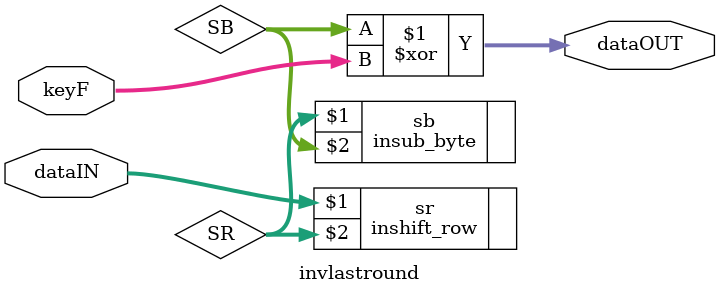
<source format=v>
module invlastround(dataIN,dataOUT,keyF);
input [127:0]keyF;
input [127:0]dataIN;
output [127:0]dataOUT;

wire [127:0]SB;
wire [127:0]SR;

//shiftrow
inshift_row sr(dataIN,SR);

//SubByte
insub_byte sb(SR,SB);


//add round key
assign dataOUT[127:0]=SB[127:0] ^ keyF[127:0];


endmodule
</source>
